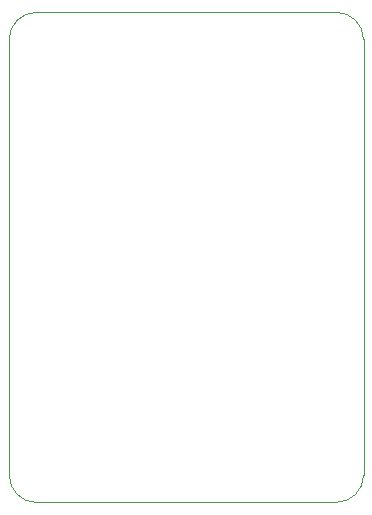
<source format=gm1>
%TF.GenerationSoftware,KiCad,Pcbnew,9.0.6*%
%TF.CreationDate,2026-01-06T04:45:56+09:00*%
%TF.ProjectId,VVDAP,56564441-502e-46b6-9963-61645f706362,rev?*%
%TF.SameCoordinates,Original*%
%TF.FileFunction,Profile,NP*%
%FSLAX46Y46*%
G04 Gerber Fmt 4.6, Leading zero omitted, Abs format (unit mm)*
G04 Created by KiCad (PCBNEW 9.0.6) date 2026-01-06 04:45:56*
%MOMM*%
%LPD*%
G01*
G04 APERTURE LIST*
%TA.AperFunction,Profile*%
%ADD10C,0.050000*%
%TD*%
G04 APERTURE END LIST*
D10*
X95000000Y-79200000D02*
X95000000Y-42300000D01*
X92700000Y-40000000D02*
G75*
G02*
X95000000Y-42300000I0J-2300000D01*
G01*
X95000000Y-79200000D02*
G75*
G02*
X92700000Y-81500000I-2300000J0D01*
G01*
X65000000Y-42300000D02*
G75*
G02*
X67300000Y-40000000I2300000J0D01*
G01*
X65000000Y-42300000D02*
X65000000Y-79200000D01*
X67300000Y-81500000D02*
G75*
G02*
X65000000Y-79200000I0J2300000D01*
G01*
X67300000Y-81500000D02*
X92700000Y-81500000D01*
X92700000Y-40000000D02*
X67300000Y-40000000D01*
M02*

</source>
